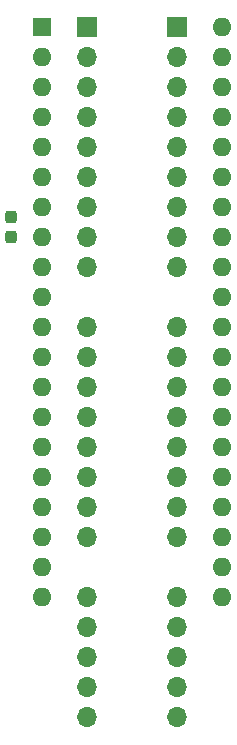
<source format=gbr>
G04 #@! TF.GenerationSoftware,KiCad,Pcbnew,8.0.4+dfsg-1*
G04 #@! TF.CreationDate,2025-03-02T11:19:14+09:00*
G04 #@! TF.ProjectId,bionic-mc6802,62696f6e-6963-42d6-9d63-363830322e6b,6*
G04 #@! TF.SameCoordinates,Original*
G04 #@! TF.FileFunction,Soldermask,Bot*
G04 #@! TF.FilePolarity,Negative*
%FSLAX46Y46*%
G04 Gerber Fmt 4.6, Leading zero omitted, Abs format (unit mm)*
G04 Created by KiCad (PCBNEW 8.0.4+dfsg-1) date 2025-03-02 11:19:14*
%MOMM*%
%LPD*%
G01*
G04 APERTURE LIST*
G04 Aperture macros list*
%AMRoundRect*
0 Rectangle with rounded corners*
0 $1 Rounding radius*
0 $2 $3 $4 $5 $6 $7 $8 $9 X,Y pos of 4 corners*
0 Add a 4 corners polygon primitive as box body*
4,1,4,$2,$3,$4,$5,$6,$7,$8,$9,$2,$3,0*
0 Add four circle primitives for the rounded corners*
1,1,$1+$1,$2,$3*
1,1,$1+$1,$4,$5*
1,1,$1+$1,$6,$7*
1,1,$1+$1,$8,$9*
0 Add four rect primitives between the rounded corners*
20,1,$1+$1,$2,$3,$4,$5,0*
20,1,$1+$1,$4,$5,$6,$7,0*
20,1,$1+$1,$6,$7,$8,$9,0*
20,1,$1+$1,$8,$9,$2,$3,0*%
G04 Aperture macros list end*
%ADD10O,1.700000X1.700000*%
%ADD11R,1.700000X1.700000*%
%ADD12R,1.600000X1.600000*%
%ADD13O,1.600000X1.600000*%
%ADD14RoundRect,0.237500X0.237500X-0.300000X0.237500X0.300000X-0.237500X0.300000X-0.237500X-0.300000X0*%
G04 APERTURE END LIST*
D10*
X117510000Y-133500000D03*
X117510000Y-130960000D03*
X117510000Y-128420000D03*
X117510000Y-125880000D03*
X117510000Y-123340000D03*
X117510000Y-118260000D03*
X117510000Y-115720000D03*
X117510000Y-113180000D03*
X117510000Y-110640000D03*
X117510000Y-108100000D03*
X117510000Y-105560000D03*
X117510000Y-103020000D03*
X117510000Y-100480000D03*
X117510000Y-95400000D03*
X117510000Y-92860000D03*
X117510000Y-90320000D03*
X117510000Y-87780000D03*
X117510000Y-85240000D03*
X117510000Y-82700000D03*
X117510000Y-80160000D03*
X117510000Y-77620000D03*
D11*
X117510000Y-75080000D03*
X109890000Y-75080000D03*
D10*
X109890000Y-77620000D03*
X109890000Y-80160000D03*
X109890000Y-82700000D03*
X109890000Y-85240000D03*
X109890000Y-87780000D03*
X109890000Y-90320000D03*
X109890000Y-92860000D03*
X109890000Y-95400000D03*
X109890000Y-100480000D03*
X109890000Y-103020000D03*
X109890000Y-105560000D03*
X109890000Y-108100000D03*
X109890000Y-110640000D03*
X109890000Y-113180000D03*
X109890000Y-115720000D03*
X109890000Y-118260000D03*
X109890000Y-123340000D03*
X109890000Y-125880000D03*
X109890000Y-128420000D03*
X109890000Y-130960000D03*
X109890000Y-133500000D03*
D12*
X106080000Y-75080000D03*
D13*
X106080000Y-77620000D03*
X106080000Y-80160000D03*
X106080000Y-82700000D03*
X106080000Y-85240000D03*
X106080000Y-87780000D03*
X106080000Y-90320000D03*
X106080000Y-92860000D03*
X106080000Y-95400000D03*
X106080000Y-97940000D03*
X106080000Y-100480000D03*
X106080000Y-103020000D03*
X106080000Y-105560000D03*
X106080000Y-108100000D03*
X106080000Y-110640000D03*
X106080000Y-113180000D03*
X106080000Y-115720000D03*
X106080000Y-118260000D03*
X106080000Y-120800000D03*
X106080000Y-123340000D03*
X121320000Y-123340000D03*
X121320000Y-120800000D03*
X121320000Y-118260000D03*
X121320000Y-115720000D03*
X121320000Y-113180000D03*
X121320000Y-110640000D03*
X121320000Y-108100000D03*
X121320000Y-105560000D03*
X121320000Y-103020000D03*
X121320000Y-100480000D03*
X121320000Y-97940000D03*
X121320000Y-95400000D03*
X121320000Y-92860000D03*
X121320000Y-90320000D03*
X121320000Y-87780000D03*
X121320000Y-85240000D03*
X121320000Y-82700000D03*
X121320000Y-80160000D03*
X121320000Y-77620000D03*
X121320000Y-75080000D03*
D14*
X103489200Y-92860000D03*
X103489200Y-91135000D03*
M02*

</source>
